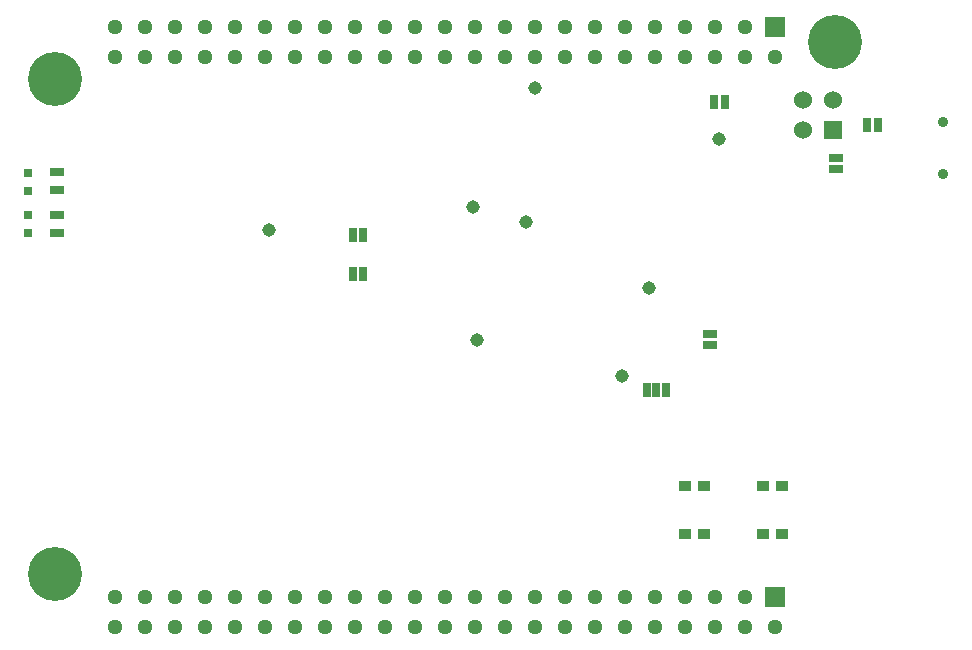
<source format=gts>
G04 (created by PCBNEW (2013-05-31 BZR 4019)-stable) date 1/30/2014 2:02:55 PM*
%MOIN*%
G04 Gerber Fmt 3.4, Leading zero omitted, Abs format*
%FSLAX34Y34*%
G01*
G70*
G90*
G04 APERTURE LIST*
%ADD10C,0.00590551*%
%ADD11C,0.18*%
%ADD12R,0.065X0.065*%
%ADD13C,0.0512*%
%ADD14R,0.025X0.05*%
%ADD15R,0.05X0.025*%
%ADD16R,0.045X0.025*%
%ADD17C,0.045*%
%ADD18R,0.06X0.06*%
%ADD19C,0.06*%
%ADD20R,0.0393701X0.0354331*%
%ADD21C,0.0354*%
%ADD22R,0.0314X0.0314*%
G04 APERTURE END LIST*
G54D10*
G54D11*
X74350Y-45650D03*
X100350Y-44400D03*
X74350Y-62150D03*
G54D12*
X98350Y-43900D03*
G54D13*
X98350Y-44900D03*
X97350Y-43900D03*
X97350Y-44900D03*
X96350Y-43900D03*
X96350Y-44900D03*
X95350Y-43900D03*
X95350Y-44900D03*
X94350Y-43900D03*
X94350Y-44900D03*
X93350Y-43900D03*
X93350Y-44900D03*
X92350Y-43900D03*
X92350Y-44900D03*
X91350Y-43900D03*
X91350Y-44900D03*
X90350Y-43900D03*
X90350Y-44900D03*
X89350Y-43900D03*
X89350Y-44900D03*
X88350Y-43900D03*
X88350Y-44900D03*
X87350Y-43900D03*
X87350Y-44900D03*
X86350Y-43900D03*
X86350Y-44900D03*
X85350Y-43900D03*
X85350Y-44900D03*
X84350Y-43900D03*
X84350Y-44900D03*
X83350Y-43900D03*
X83350Y-44900D03*
X82350Y-43900D03*
X82350Y-44900D03*
X81350Y-43900D03*
X81350Y-44900D03*
X80350Y-43900D03*
X80350Y-44900D03*
X79350Y-43900D03*
X79350Y-44900D03*
X78350Y-43900D03*
X78350Y-44900D03*
X77350Y-43900D03*
X77350Y-44900D03*
X76350Y-43900D03*
X76350Y-44900D03*
G54D12*
X98350Y-62900D03*
G54D13*
X98350Y-63900D03*
X97350Y-62900D03*
X97350Y-63900D03*
X96350Y-62900D03*
X96350Y-63900D03*
X95350Y-62900D03*
X95350Y-63900D03*
X94350Y-62900D03*
X94350Y-63900D03*
X93350Y-62900D03*
X93350Y-63900D03*
X92350Y-62900D03*
X92350Y-63900D03*
X91350Y-62900D03*
X91350Y-63900D03*
X90350Y-62900D03*
X90350Y-63900D03*
X89350Y-62900D03*
X89350Y-63900D03*
X88350Y-62900D03*
X88350Y-63900D03*
X87350Y-62900D03*
X87350Y-63900D03*
X86350Y-62900D03*
X86350Y-63900D03*
X85350Y-62900D03*
X85350Y-63900D03*
X84350Y-62900D03*
X84350Y-63900D03*
X83350Y-62900D03*
X83350Y-63900D03*
X82350Y-62900D03*
X82350Y-63900D03*
X81350Y-62900D03*
X81350Y-63900D03*
X80350Y-62900D03*
X80350Y-63900D03*
X79350Y-62900D03*
X79350Y-63900D03*
X78350Y-62900D03*
X78350Y-63900D03*
X77350Y-62900D03*
X77350Y-63900D03*
X76350Y-62900D03*
X76350Y-63900D03*
G54D14*
X84627Y-52150D03*
X84273Y-52150D03*
X101777Y-47160D03*
X101423Y-47160D03*
G54D15*
X100390Y-48627D03*
X100390Y-48273D03*
G54D14*
X96677Y-46400D03*
X96323Y-46400D03*
G54D16*
X74425Y-49350D03*
X74425Y-48750D03*
X74425Y-50175D03*
X74425Y-50775D03*
G54D17*
X81500Y-50675D03*
X96500Y-47650D03*
X90350Y-45950D03*
X90050Y-50400D03*
X88300Y-49900D03*
X88425Y-54350D03*
X94150Y-52600D03*
X93250Y-55550D03*
G54D18*
X100300Y-47350D03*
G54D19*
X99300Y-47350D03*
X100300Y-46350D03*
X99300Y-46350D03*
G54D20*
X98586Y-59192D03*
X97956Y-59192D03*
X98586Y-60807D03*
X97956Y-60807D03*
X95986Y-59192D03*
X95356Y-59192D03*
X95986Y-60807D03*
X95356Y-60807D03*
G54D14*
X84627Y-50850D03*
X84273Y-50850D03*
X94080Y-56000D03*
X94400Y-56000D03*
X94720Y-56000D03*
G54D21*
X103965Y-47084D03*
X103965Y-48816D03*
G54D22*
X73450Y-50770D03*
X73450Y-50180D03*
X73450Y-48780D03*
X73450Y-49370D03*
G54D15*
X96200Y-54502D03*
X96200Y-54148D03*
M02*

</source>
